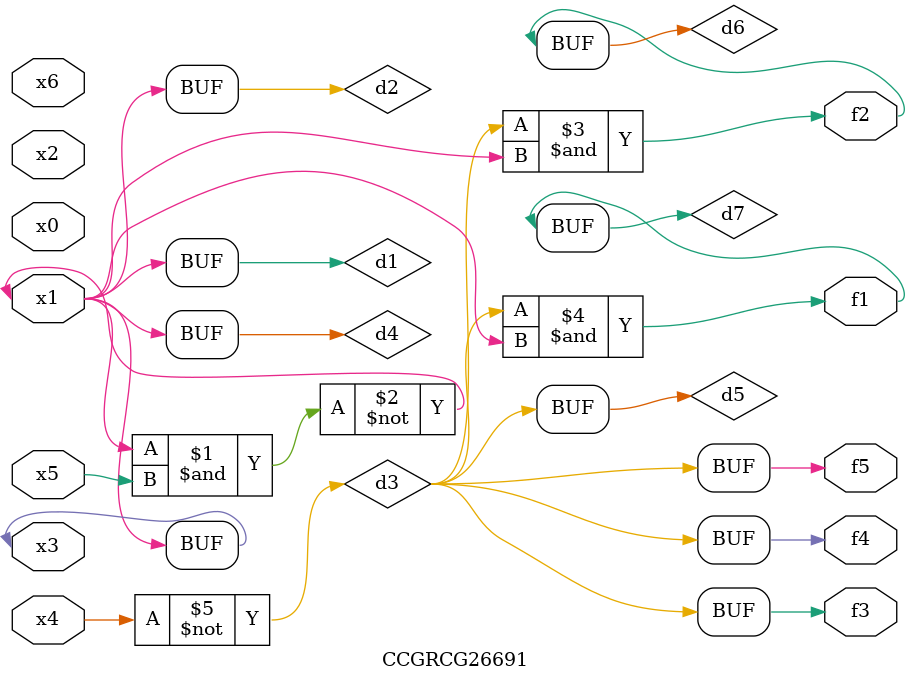
<source format=v>
module CCGRCG26691(
	input x0, x1, x2, x3, x4, x5, x6,
	output f1, f2, f3, f4, f5
);

	wire d1, d2, d3, d4, d5, d6, d7;

	buf (d1, x1, x3);
	nand (d2, x1, x5);
	not (d3, x4);
	buf (d4, d1, d2);
	buf (d5, d3);
	and (d6, d3, d4);
	and (d7, d3, d4);
	assign f1 = d7;
	assign f2 = d6;
	assign f3 = d5;
	assign f4 = d5;
	assign f5 = d5;
endmodule

</source>
